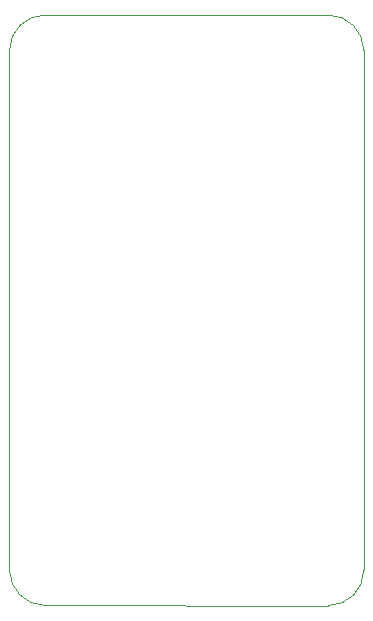
<source format=gbr>
%TF.GenerationSoftware,KiCad,Pcbnew,7.0.11-rc3*%
%TF.CreationDate,2025-03-16T23:25:47+08:00*%
%TF.ProjectId,cooling_DAQ,636f6f6c-696e-4675-9f44-41512e6b6963,rev?*%
%TF.SameCoordinates,Original*%
%TF.FileFunction,Profile,NP*%
%FSLAX46Y46*%
G04 Gerber Fmt 4.6, Leading zero omitted, Abs format (unit mm)*
G04 Created by KiCad (PCBNEW 7.0.11-rc3) date 2025-03-16 23:25:47*
%MOMM*%
%LPD*%
G01*
G04 APERTURE LIST*
%TA.AperFunction,Profile*%
%ADD10C,0.100000*%
%TD*%
G04 APERTURE END LIST*
D10*
X132000000Y-97000000D02*
X132000000Y-140978680D01*
X159000000Y-144000000D02*
G75*
G03*
X162000000Y-141000000I0J3000000D01*
G01*
X135000000Y-143978680D02*
X159000000Y-144000000D01*
X135000000Y-94000000D02*
X159000000Y-94000000D01*
X162000000Y-97000000D02*
G75*
G03*
X159000000Y-94000000I-3000000J0D01*
G01*
X162000000Y-141000000D02*
X162000000Y-97000000D01*
X132000000Y-140978680D02*
G75*
G03*
X135000000Y-143978700I3000000J-20D01*
G01*
X135000000Y-94000000D02*
G75*
G03*
X132000000Y-97000000I0J-3000000D01*
G01*
M02*

</source>
